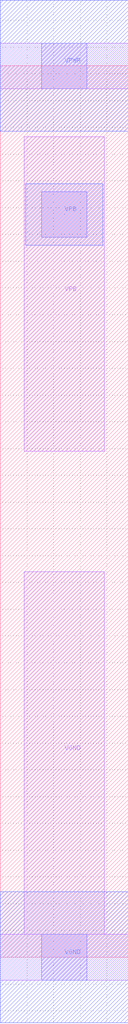
<source format=lef>
# Copyright 2020 The SkyWater PDK Authors
#
# Licensed under the Apache License, Version 2.0 (the "License");
# you may not use this file except in compliance with the License.
# You may obtain a copy of the License at
#
#     https://www.apache.org/licenses/LICENSE-2.0
#
# Unless required by applicable law or agreed to in writing, software
# distributed under the License is distributed on an "AS IS" BASIS,
# WITHOUT WARRANTIES OR CONDITIONS OF ANY KIND, either express or implied.
# See the License for the specific language governing permissions and
# limitations under the License.
#
# SPDX-License-Identifier: Apache-2.0

VERSION 5.7 ;
  NAMESCASESENSITIVE ON ;
  NOWIREEXTENSIONATPIN ON ;
  DIVIDERCHAR "/" ;
  BUSBITCHARS "[]" ;
UNITS
  DATABASE MICRONS 200 ;
END UNITS
MACRO sky130_fd_sc_lp__tapvgnd_1
  CLASS CORE ;
  SOURCE USER ;
  FOREIGN sky130_fd_sc_lp__tapvgnd_1 ;
  ORIGIN  0.000000  0.000000 ;
  SIZE  0.480000 BY  3.330000 ;
  SYMMETRY X Y R90 ;
  SITE unit ;
  PIN VGND
    DIRECTION INOUT ;
    USE GROUND ;
    PORT
      LAYER li1 ;
        RECT 0.000000 -0.085000 0.480000 0.085000 ;
        RECT 0.090000  0.085000 0.390000 1.440000 ;
      LAYER mcon ;
        RECT 0.155000 -0.085000 0.325000 0.085000 ;
      LAYER met1 ;
        RECT 0.000000 -0.245000 0.480000 0.245000 ;
    END
  END VGND
  PIN VPB
    DIRECTION INOUT ;
    USE POWER ;
    PORT
      LAYER li1 ;
        RECT 0.090000 1.890000 0.390000 3.065000 ;
      LAYER mcon ;
        RECT 0.155000 2.690000 0.325000 2.860000 ;
      LAYER met1 ;
        RECT 0.095000 2.660000 0.385000 2.890000 ;
    END
  END VPB
  PIN VPWR
    DIRECTION INOUT ;
    USE POWER ;
    PORT
      LAYER li1 ;
        RECT 0.000000 3.245000 0.480000 3.415000 ;
      LAYER mcon ;
        RECT 0.155000 3.245000 0.325000 3.415000 ;
      LAYER met1 ;
        RECT 0.000000 3.085000 0.480000 3.575000 ;
    END
  END VPWR
END sky130_fd_sc_lp__tapvgnd_1

</source>
